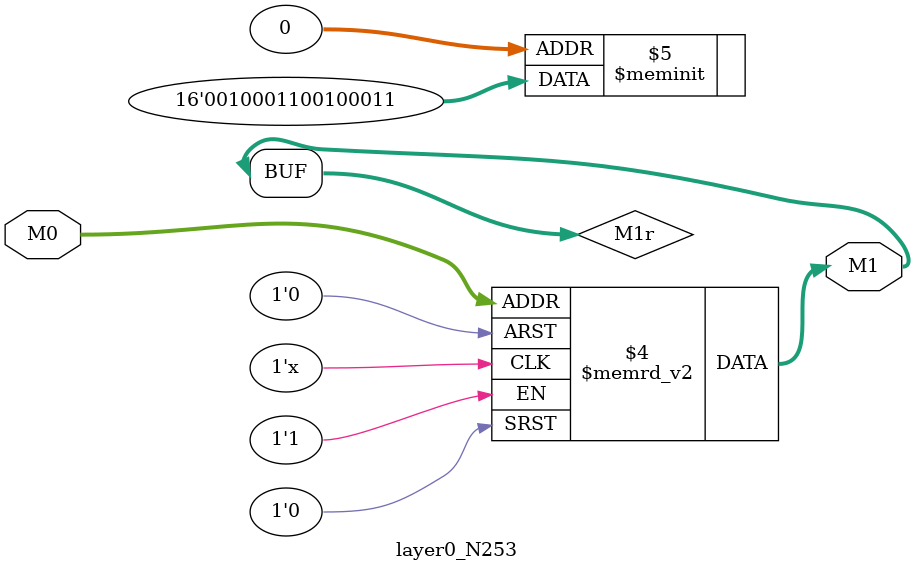
<source format=v>
module layer0_N253 ( input [2:0] M0, output [1:0] M1 );

	(*rom_style = "distributed" *) reg [1:0] M1r;
	assign M1 = M1r;
	always @ (M0) begin
		case (M0)
			3'b000: M1r = 2'b11;
			3'b100: M1r = 2'b11;
			3'b010: M1r = 2'b10;
			3'b110: M1r = 2'b10;
			3'b001: M1r = 2'b00;
			3'b101: M1r = 2'b00;
			3'b011: M1r = 2'b00;
			3'b111: M1r = 2'b00;

		endcase
	end
endmodule

</source>
